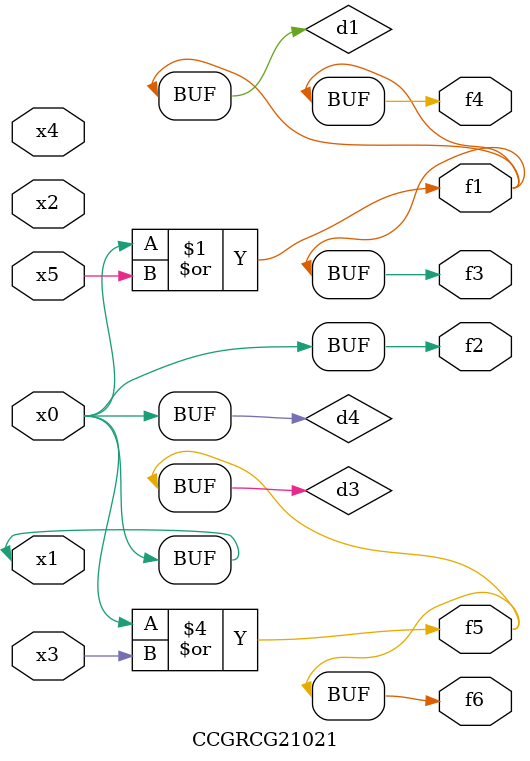
<source format=v>
module CCGRCG21021(
	input x0, x1, x2, x3, x4, x5,
	output f1, f2, f3, f4, f5, f6
);

	wire d1, d2, d3, d4;

	or (d1, x0, x5);
	xnor (d2, x1, x4);
	or (d3, x0, x3);
	buf (d4, x0, x1);
	assign f1 = d1;
	assign f2 = d4;
	assign f3 = d1;
	assign f4 = d1;
	assign f5 = d3;
	assign f6 = d3;
endmodule

</source>
